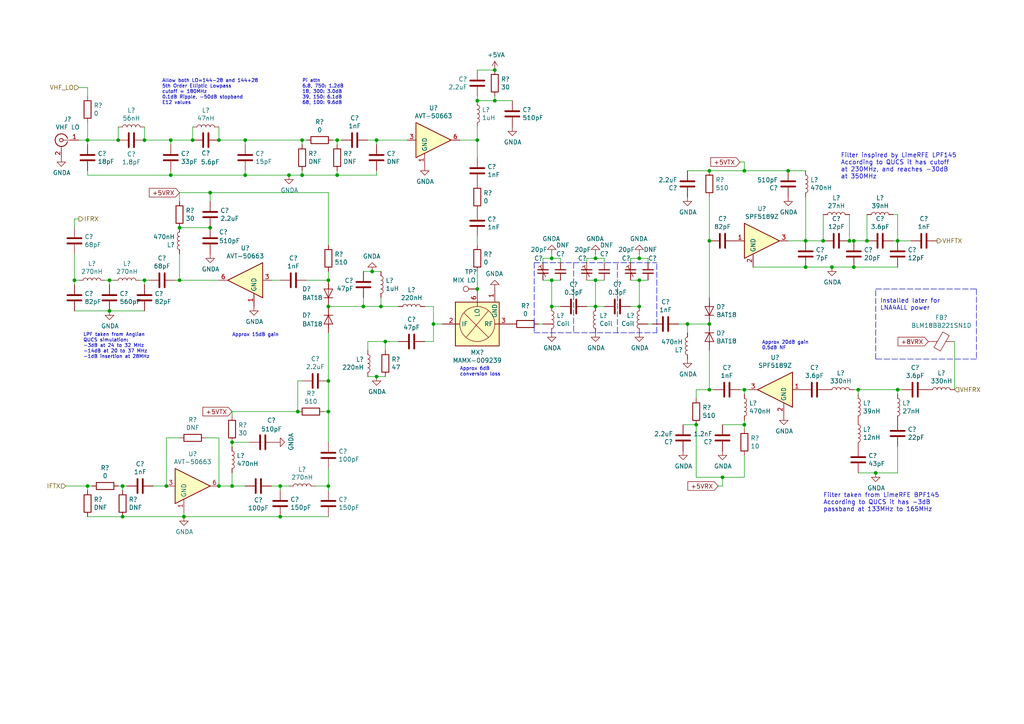
<source format=kicad_sch>
(kicad_sch (version 20211123) (generator eeschema)
  (paper "A4")
  (title_block (title "DART-70 TRX") (date "2023-01-15") (rev "0") (company "HB9EGM") (comment 1 "A 4m Band SSB/CW Transceiver"))
  (junction (at 60.96 66.04))
  (junction (at 67.31 128.27))
  (junction (at 185.42 81.28))
  (junction (at 67.31 140.97))
  (junction (at 209.55 138.43))
  (junction (at 95.25 110.49))
  (junction (at 246.38 69.85))
  (junction (at 172.72 74.93))
  (junction (at 205.74 113.03))
  (junction (at 248.92 113.03))
  (junction (at 205.74 93.98))
  (junction (at 138.43 29.21))
  (junction (at 35.56 149.86))
  (junction (at 254 137.16))
  (junction (at 215.9 123.19))
  (junction (at 109.22 109.22))
  (junction (at 160.02 81.28))
  (junction (at 205.74 49.53))
  (junction (at 228.6 49.53))
  (junction (at 25.4 140.97))
  (junction (at 71.12 40.64))
  (junction (at 260.35 113.03))
  (junction (at 52.07 81.28))
  (junction (at 48.26 140.97))
  (junction (at 60.96 55.88))
  (junction (at 34.29 40.64))
  (junction (at 215.9 49.53))
  (junction (at 125.73 93.98))
  (junction (at 35.56 140.97))
  (junction (at 233.68 77.47))
  (junction (at 41.91 40.64))
  (junction (at 107.95 78.74))
  (junction (at 205.74 69.85))
  (junction (at 233.68 69.85))
  (junction (at 172.72 88.9))
  (junction (at 109.22 40.64))
  (junction (at 83.82 50.8))
  (junction (at 247.65 69.85))
  (junction (at 31.75 90.17))
  (junction (at 95.25 88.9))
  (junction (at 105.41 88.9))
  (junction (at 49.53 40.64))
  (junction (at 71.12 50.8))
  (junction (at 87.63 50.8))
  (junction (at 247.65 77.47))
  (junction (at 199.39 93.98))
  (junction (at 185.42 74.93))
  (junction (at 41.91 81.28))
  (junction (at 172.72 81.28))
  (junction (at 201.93 123.19))
  (junction (at 21.59 81.28))
  (junction (at 138.43 40.64))
  (junction (at 95.25 81.28))
  (junction (at 25.4 40.64))
  (junction (at 52.07 66.04))
  (junction (at 95.25 119.38))
  (junction (at 81.28 149.86))
  (junction (at 97.79 40.64))
  (junction (at 160.02 74.93))
  (junction (at 160.02 88.9))
  (junction (at 143.51 29.21))
  (junction (at 55.88 40.64))
  (junction (at 215.9 113.03))
  (junction (at 49.53 50.8))
  (junction (at 241.3 77.47))
  (junction (at 260.35 69.85))
  (junction (at 95.25 140.97))
  (junction (at 87.63 40.64))
  (junction (at 86.36 119.38))
  (junction (at 238.76 69.85))
  (junction (at 31.75 81.28))
  (junction (at 111.76 99.06))
  (junction (at 97.79 50.8))
  (junction (at 143.51 20.32))
  (junction (at 81.28 140.97))
  (junction (at 138.43 83.82))
  (junction (at 185.42 88.9))
  (junction (at 251.46 69.85))
  (junction (at 63.5 140.97))
  (junction (at 53.34 149.86))
  (junction (at 110.49 88.9))
  (junction (at 63.5 40.64))
  (wire (pts (xy 21.59 82.55) (xy 21.59 81.28)))
  (wire (pts (xy 41.91 81.28) (xy 43.18 81.28)))
  (wire (pts (xy 276.86 99.06) (xy 276.86 113.03)))
  (wire (pts (xy 198.12 123.19) (xy 201.93 123.19)))
  (wire (pts (xy 63.5 36.83) (xy 63.5 40.64)))
  (wire (pts (xy 233.68 69.85) (xy 238.76 69.85)))
  (wire (pts (xy 157.48 74.93) (xy 160.02 74.93)))
  (wire (pts (xy 95.25 55.88) (xy 95.25 71.12)))
  (wire (pts (xy 97.79 40.64) (xy 96.52 40.64)))
  (wire (pts (xy 238.76 69.85) (xy 238.76 62.23)))
  (polyline (pts (xy 190.5 96.52) (xy 190.5 76.2)))
  (wire (pts (xy 109.22 41.91) (xy 109.22 40.64)))
  (wire (pts (xy 201.93 123.19) (xy 201.93 138.43)))
  (wire (pts (xy 187.96 74.93) (xy 187.96 76.2)))
  (wire (pts (xy 25.4 140.97) (xy 19.05 140.97)))
  (wire (pts (xy 50.8 81.28) (xy 52.07 81.28)))
  (wire (pts (xy 182.88 74.93) (xy 185.42 74.93)))
  (wire (pts (xy 105.41 86.36) (xy 105.41 88.9)))
  (wire (pts (xy 175.26 74.93) (xy 175.26 76.2)))
  (wire (pts (xy 106.68 99.06) (xy 111.76 99.06)))
  (wire (pts (xy 260.35 113.03) (xy 248.92 113.03)))
  (wire (pts (xy 88.9 40.64) (xy 87.63 40.64)))
  (wire (pts (xy 185.42 73.66) (xy 185.42 74.93)))
  (wire (pts (xy 264.16 69.85) (xy 260.35 69.85)))
  (wire (pts (xy 67.31 128.27) (xy 72.39 128.27)))
  (wire (pts (xy 106.68 40.64) (xy 109.22 40.64)))
  (wire (pts (xy 110.49 88.9) (xy 115.57 88.9)))
  (wire (pts (xy 246.38 69.85) (xy 247.65 69.85)))
  (wire (pts (xy 215.9 123.19) (xy 215.9 121.92)))
  (wire (pts (xy 133.35 40.64) (xy 138.43 40.64)))
  (wire (pts (xy 97.79 49.53) (xy 97.79 50.8)))
  (wire (pts (xy 246.38 62.23) (xy 246.38 69.85)))
  (wire (pts (xy 160.02 73.66) (xy 160.02 74.93)))
  (wire (pts (xy 63.5 140.97) (xy 67.31 140.97)))
  (wire (pts (xy 201.93 113.03) (xy 205.74 113.03)))
  (wire (pts (xy 162.56 74.93) (xy 162.56 76.2)))
  (wire (pts (xy 209.55 138.43) (xy 215.9 138.43)))
  (wire (pts (xy 170.18 76.2) (xy 170.18 74.93)))
  (polyline (pts (xy 283.21 83.82) (xy 283.21 104.14)))
  (wire (pts (xy 97.79 41.91) (xy 97.79 40.64)))
  (wire (pts (xy 233.68 77.47) (xy 241.3 77.47)))
  (wire (pts (xy 71.12 50.8) (xy 49.53 50.8)))
  (wire (pts (xy 48.26 140.97) (xy 48.26 127)))
  (wire (pts (xy 78.74 81.28) (xy 81.28 81.28)))
  (wire (pts (xy 138.43 20.32) (xy 143.51 20.32)))
  (wire (pts (xy 67.31 119.38) (xy 67.31 120.65)))
  (wire (pts (xy 35.56 140.97) (xy 34.29 140.97)))
  (wire (pts (xy 109.22 40.64) (xy 118.11 40.64)))
  (wire (pts (xy 55.88 36.83) (xy 55.88 40.64)))
  (wire (pts (xy 109.22 50.8) (xy 109.22 49.53)))
  (wire (pts (xy 205.74 101.6) (xy 205.74 113.03)))
  (wire (pts (xy 87.63 110.49) (xy 86.36 110.49)))
  (wire (pts (xy 21.59 81.28) (xy 22.86 81.28)))
  (wire (pts (xy 215.9 138.43) (xy 215.9 132.08)))
  (wire (pts (xy 215.9 124.46) (xy 215.9 123.19)))
  (wire (pts (xy 59.69 127) (xy 63.5 127)))
  (polyline (pts (xy 166.37 76.2) (xy 166.37 96.52)))
  (wire (pts (xy 185.42 81.28) (xy 187.96 81.28)))
  (wire (pts (xy 248.92 113.03) (xy 247.65 113.03)))
  (wire (pts (xy 52.07 58.42) (xy 52.07 55.88)))
  (wire (pts (xy 81.28 140.97) (xy 83.82 140.97)))
  (wire (pts (xy 172.72 88.9) (xy 175.26 88.9)))
  (wire (pts (xy 205.74 57.15) (xy 205.74 69.85)))
  (wire (pts (xy 138.43 71.12) (xy 138.43 68.58)))
  (wire (pts (xy 87.63 50.8) (xy 87.63 49.53)))
  (wire (pts (xy 143.51 27.94) (xy 143.51 29.21)))
  (wire (pts (xy 35.56 149.86) (xy 25.4 149.86)))
  (wire (pts (xy 95.25 110.49) (xy 95.25 119.38)))
  (wire (pts (xy 60.96 55.88) (xy 95.25 55.88)))
  (wire (pts (xy 111.76 101.6) (xy 111.76 99.06)))
  (wire (pts (xy 83.82 50.8) (xy 71.12 50.8)))
  (wire (pts (xy 160.02 81.28) (xy 162.56 81.28)))
  (wire (pts (xy 49.53 50.8) (xy 25.4 50.8)))
  (wire (pts (xy 201.93 115.57) (xy 201.93 113.03)))
  (wire (pts (xy 55.88 40.64) (xy 49.53 40.64)))
  (wire (pts (xy 71.12 50.8) (xy 71.12 49.53)))
  (wire (pts (xy 52.07 55.88) (xy 60.96 55.88)))
  (wire (pts (xy 209.55 123.19) (xy 215.9 123.19)))
  (wire (pts (xy 208.28 140.97) (xy 209.55 140.97)))
  (wire (pts (xy 25.4 35.56) (xy 25.4 40.64)))
  (wire (pts (xy 49.53 50.8) (xy 49.53 49.53)))
  (wire (pts (xy 22.86 40.64) (xy 25.4 40.64)))
  (wire (pts (xy 170.18 81.28) (xy 172.72 81.28)))
  (wire (pts (xy 215.9 113.03) (xy 214.63 113.03)))
  (polyline (pts (xy 179.07 96.52) (xy 179.07 76.2)))
  (wire (pts (xy 260.35 114.3) (xy 260.35 113.03)))
  (wire (pts (xy 138.43 40.64) (xy 138.43 45.72)))
  (wire (pts (xy 95.25 81.28) (xy 95.25 78.74)))
  (wire (pts (xy 182.88 76.2) (xy 182.88 74.93)))
  (wire (pts (xy 36.83 140.97) (xy 35.56 140.97)))
  (wire (pts (xy 199.39 49.53) (xy 205.74 49.53)))
  (wire (pts (xy 49.53 40.64) (xy 41.91 40.64)))
  (wire (pts (xy 83.82 50.8) (xy 87.63 50.8)))
  (polyline (pts (xy 154.94 76.2) (xy 154.94 96.52)))
  (wire (pts (xy 160.02 88.9) (xy 162.56 88.9)))
  (wire (pts (xy 233.68 57.15) (xy 233.68 69.85)))
  (wire (pts (xy 81.28 142.24) (xy 81.28 140.97)))
  (wire (pts (xy 215.9 49.53) (xy 228.6 49.53)))
  (wire (pts (xy 93.98 119.38) (xy 95.25 119.38)))
  (wire (pts (xy 87.63 40.64) (xy 87.63 41.91)))
  (wire (pts (xy 86.36 119.38) (xy 67.31 119.38)))
  (wire (pts (xy 228.6 49.53) (xy 233.68 49.53)))
  (wire (pts (xy 97.79 50.8) (xy 109.22 50.8)))
  (wire (pts (xy 22.86 25.4) (xy 25.4 25.4)))
  (wire (pts (xy 111.76 99.06) (xy 115.57 99.06)))
  (wire (pts (xy 35.56 149.86) (xy 53.34 149.86)))
  (wire (pts (xy 205.74 86.36) (xy 205.74 69.85)))
  (wire (pts (xy 52.07 81.28) (xy 63.5 81.28)))
  (wire (pts (xy 214.63 46.99) (xy 215.9 46.99)))
  (wire (pts (xy 172.72 81.28) (xy 175.26 81.28)))
  (wire (pts (xy 199.39 93.98) (xy 205.74 93.98)))
  (wire (pts (xy 199.39 96.52) (xy 199.39 93.98)))
  (wire (pts (xy 67.31 140.97) (xy 67.31 137.16)))
  (wire (pts (xy 91.44 140.97) (xy 95.25 140.97)))
  (wire (pts (xy 138.43 36.83) (xy 138.43 40.64)))
  (wire (pts (xy 41.91 81.28) (xy 40.64 81.28)))
  (wire (pts (xy 259.08 69.85) (xy 260.35 69.85)))
  (polyline (pts (xy 254 104.14) (xy 254 83.82)))
  (wire (pts (xy 95.25 96.52) (xy 95.25 110.49)))
  (wire (pts (xy 41.91 82.55) (xy 41.91 81.28)))
  (wire (pts (xy 125.73 93.98) (xy 128.27 93.98)))
  (wire (pts (xy 125.73 88.9) (xy 125.73 93.98)))
  (polyline (pts (xy 254 83.82) (xy 283.21 83.82)))
  (wire (pts (xy 247.65 69.85) (xy 251.46 69.85)))
  (wire (pts (xy 25.4 50.8) (xy 25.4 49.53)))
  (wire (pts (xy 254 137.16) (xy 260.35 137.16)))
  (wire (pts (xy 209.55 140.97) (xy 209.55 138.43)))
  (wire (pts (xy 247.65 77.47) (xy 260.35 77.47)))
  (polyline (pts (xy 283.21 104.14) (xy 254 104.14)))
  (wire (pts (xy 185.42 88.9) (xy 185.42 81.28)))
  (wire (pts (xy 81.28 140.97) (xy 78.74 140.97)))
  (wire (pts (xy 30.48 81.28) (xy 31.75 81.28)))
  (wire (pts (xy 53.34 149.86) (xy 81.28 149.86)))
  (wire (pts (xy 35.56 142.24) (xy 35.56 140.97)))
  (wire (pts (xy 157.48 81.28) (xy 160.02 81.28)))
  (wire (pts (xy 86.36 110.49) (xy 86.36 119.38)))
  (wire (pts (xy 143.51 29.21) (xy 148.59 29.21)))
  (wire (pts (xy 87.63 50.8) (xy 97.79 50.8)))
  (wire (pts (xy 21.59 73.66) (xy 21.59 81.28)))
  (wire (pts (xy 260.35 113.03) (xy 261.62 113.03)))
  (wire (pts (xy 25.4 25.4) (xy 25.4 27.94)))
  (wire (pts (xy 21.59 90.17) (xy 31.75 90.17)))
  (wire (pts (xy 215.9 46.99) (xy 215.9 49.53)))
  (wire (pts (xy 26.67 140.97) (xy 25.4 140.97)))
  (wire (pts (xy 172.72 88.9) (xy 172.72 81.28)))
  (wire (pts (xy 205.74 113.03) (xy 207.01 113.03)))
  (wire (pts (xy 63.5 127) (xy 63.5 140.97)))
  (wire (pts (xy 259.08 62.23) (xy 260.35 62.23)))
  (wire (pts (xy 34.29 36.83) (xy 34.29 40.64)))
  (wire (pts (xy 95.25 142.24) (xy 95.25 140.97)))
  (wire (pts (xy 87.63 40.64) (xy 71.12 40.64)))
  (polyline (pts (xy 154.94 76.2) (xy 190.5 76.2)))
  (wire (pts (xy 110.49 86.36) (xy 110.49 88.9)))
  (wire (pts (xy 215.9 113.03) (xy 217.17 113.03)))
  (wire (pts (xy 248.92 113.03) (xy 248.92 114.3)))
  (wire (pts (xy 31.75 81.28) (xy 33.02 81.28)))
  (wire (pts (xy 170.18 74.93) (xy 172.72 74.93)))
  (wire (pts (xy 260.35 137.16) (xy 260.35 129.54)))
  (wire (pts (xy 172.72 74.93) (xy 175.26 74.93)))
  (wire (pts (xy 196.85 93.98) (xy 199.39 93.98)))
  (wire (pts (xy 21.59 63.5) (xy 21.59 66.04)))
  (wire (pts (xy 185.42 74.93) (xy 187.96 74.93)))
  (wire (pts (xy 241.3 77.47) (xy 247.65 77.47)))
  (wire (pts (xy 170.18 88.9) (xy 172.72 88.9)))
  (wire (pts (xy 21.59 63.5) (xy 22.86 63.5)))
  (wire (pts (xy 205.74 49.53) (xy 215.9 49.53)))
  (wire (pts (xy 248.92 137.16) (xy 254 137.16)))
  (wire (pts (xy 95.25 88.9) (xy 105.41 88.9)))
  (wire (pts (xy 44.45 140.97) (xy 48.26 140.97)))
  (wire (pts (xy 25.4 41.91) (xy 25.4 40.64)))
  (wire (pts (xy 123.19 99.06) (xy 125.73 99.06)))
  (wire (pts (xy 71.12 40.64) (xy 63.5 40.64)))
  (wire (pts (xy 107.95 78.74) (xy 110.49 78.74)))
  (wire (pts (xy 99.06 40.64) (xy 97.79 40.64)))
  (wire (pts (xy 106.68 101.6) (xy 106.68 99.06)))
  (wire (pts (xy 138.43 27.94) (xy 138.43 29.21)))
  (wire (pts (xy 95.25 119.38) (xy 95.25 128.27)))
  (wire (pts (xy 156.21 93.98) (xy 157.48 93.98)))
  (wire (pts (xy 41.91 36.83) (xy 41.91 40.64)))
  (wire (pts (xy 160.02 81.28) (xy 160.02 88.9)))
  (wire (pts (xy 49.53 41.91) (xy 49.53 40.64)))
  (wire (pts (xy 34.29 40.64) (xy 25.4 40.64)))
  (wire (pts (xy 189.23 93.98) (xy 187.96 93.98)))
  (wire (pts (xy 218.44 77.47) (xy 233.68 77.47)))
  (wire (pts (xy 251.46 69.85) (xy 251.46 62.23)))
  (wire (pts (xy 52.07 66.04) (xy 60.96 66.04)))
  (wire (pts (xy 67.31 140.97) (xy 71.12 140.97)))
  (wire (pts (xy 160.02 74.93) (xy 162.56 74.93)))
  (wire (pts (xy 105.41 78.74) (xy 107.95 78.74)))
  (wire (pts (xy 60.96 55.88) (xy 60.96 58.42)))
  (wire (pts (xy 67.31 129.54) (xy 67.31 128.27)))
  (wire (pts (xy 157.48 76.2) (xy 157.48 74.93)))
  (wire (pts (xy 172.72 73.66) (xy 172.72 74.93)))
  (wire (pts (xy 182.88 88.9) (xy 185.42 88.9)))
  (wire (pts (xy 81.28 149.86) (xy 95.25 149.86)))
  (wire (pts (xy 95.25 135.89) (xy 95.25 140.97)))
  (wire (pts (xy 53.34 149.86) (xy 53.34 148.59)))
  (wire (pts (xy 182.88 81.28) (xy 185.42 81.28)))
  (wire (pts (xy 31.75 90.17) (xy 41.91 90.17)))
  (wire (pts (xy 233.68 69.85) (xy 228.6 69.85)))
  (wire (pts (xy 105.41 88.9) (xy 110.49 88.9)))
  (wire (pts (xy 125.73 99.06) (xy 125.73 93.98)))
  (wire (pts (xy 48.26 127) (xy 52.07 127)))
  (wire (pts (xy 109.22 109.22) (xy 111.76 109.22)))
  (wire (pts (xy 215.9 114.3) (xy 215.9 113.03)))
  (wire (pts (xy 52.07 73.66) (xy 52.07 81.28)))
  (wire (pts (xy 123.19 88.9) (xy 125.73 88.9)))
  (wire (pts (xy 138.43 78.74) (xy 138.43 83.82)))
  (wire (pts (xy 260.35 69.85) (xy 260.35 62.23)))
  (wire (pts (xy 138.43 29.21) (xy 143.51 29.21)))
  (wire (pts (xy 106.68 109.22) (xy 109.22 109.22)))
  (wire (pts (xy 31.75 82.55) (xy 31.75 81.28)))
  (wire (pts (xy 71.12 41.91) (xy 71.12 40.64)))
  (wire (pts (xy 25.4 140.97) (xy 25.4 142.24)))
  (wire (pts (xy 88.9 81.28) (xy 95.25 81.28)))
  (polyline (pts (xy 154.94 96.52) (xy 190.5 96.52)))
  (wire (pts (xy 201.93 138.43) (xy 209.55 138.43)))
  (text "Pi attn\n6.8, 750: 1.2dB\n18, 300: 3.0dB\n39, 150: 6.1dB\n68, 100: 9.6dB" (at 87.63 30.48 0) (effects (font (size 0.9906 0.9906)) (justify left bottom)))
  (text "Allow both LO=144-28 and 144+28\n5th Order Elliptic Lowpass\ncutoff = 180MHz\n0.1dB Ripple, -50dB stopband\nE12 values" (at 46.99 30.48 0) (effects (font (size 0.9906 0.9906)) (justify left bottom)))
  (text "LPF taken from Anglian\nQUCS simulation:\n-3dB at 24 to 32 MHz\n-14dB at 20 to 37 MHz\n-1dB insertion at 28MHz" (at 24.13 104.14 0) (effects (font (size 0.9906 0.9906)) (justify left bottom)))
  (text "Filter taken from LimeRFE BPF145\nAccording to QUCS it has -3dB\npassband at 133MHz to 165MHz" (at 238.76 148.59 0) (effects (font (size 1.27 1.27)) (justify left bottom)))
  (text "Approx 6dB\nconversion loss" (at 133.35 109.22 0) (effects (font (size 0.9906 0.9906)) (justify left bottom)))
  (text "TODO\nRecalculate all filters for 4m\nUse 42MHz XTAL LO" (at 8.89 -5.08 0) (effects (font (size 3 3) bold) (justify left bottom)))
  (text "Approx 20dB gain\n0.5dB NF" (at 220.98 101.6 0) (effects (font (size 0.9906 0.9906)) (justify left bottom)))
  (text "Approx 15dB gain" (at 67.31 97.79 0) (effects (font (size 0.9906 0.9906)) (justify left bottom)))
  (text "Installed later for\nLNA4ALL power" (at 255.27 90.17 0) (effects (font (size 1.27 1.27)) (justify left bottom)))
  (text "Filter inspired by LimeRFE LPF145\nAccording to QUCS it has cutoff\nat 230MHz, and reaches -30dB\nat 350MHz" (at 243.84 52.07 0) (effects (font (size 1.27 1.27)) (justify left bottom)))
  (global_label "+5VRX" (shape input) (at 52.07 55.88 180) (property "Intersheet References" "${INTERSHEET_REFS}" (effects hide)))
  (global_label "+8VRX" (shape input) (at 269.24 99.06 180) (property "Intersheet References" "${INTERSHEET_REFS}" (effects hide)))
  (global_label "+5VTX" (shape input) (at 67.31 119.38 180) (property "Intersheet References" "${INTERSHEET_REFS}" (effects hide)))
  (global_label "+5VTX" (shape input) (at 214.63 46.99 180) (property "Intersheet References" "${INTERSHEET_REFS}" (effects hide)))
  (global_label "+5VRX" (shape input) (at 208.28 140.97 180) (property "Intersheet References" "${INTERSHEET_REFS}" (effects hide)))
  (hierarchical_label "IFTX" (shape input) (at 19.05 140.97 180))
  (hierarchical_label "VHFRX" (shape input) (at 276.86 113.03 0))
  (hierarchical_label "VHF_LO" (shape input) (at 22.86 25.4 180))
  (hierarchical_label "VHFTX" (shape output) (at 271.78 69.85 0))
  (hierarchical_label "IFRX" (shape output) (at 22.86 63.5 0))
  (symbol (lib_id "RF:ADE-6") (at 138.43 93.98 180) (unit 1)
    (property "Reference" "MX?" (at 138.43 102.235 0))
    (property "Value" "MAMX-009239" (at 138.43 104.5464 0))
    (property "Footprint" "RF_Mini-Circuits:Mini-Circuits_CD542_LandPatternPL-052" (effects hide))
    (property "Datasheet" "www.minicircuits.com/pdfs/ADE-6.pdf" (effects hide))
    (property "MPN" "MAMX-009239" (effects hide))
  )
  (symbol (lib_id "power:GNDA") (at 143.51 83.82 180) (unit 1)
    (property "Reference" "#PWR?" (effects hide))
    (property "Value" "GNDA" (at 143.383 79.4258 0))
  )
  (symbol (lib_id "Device:R") (at 138.43 74.93 0) (unit 1)
    (property "Reference" "R?" (at 140.208 73.7616 0) (effects (justify left)))
    (property "Value" "0" (at 140.208 76.073 0) (effects (justify left)))
    (property "Footprint" "Resistor_SMD:R_0603_1608Metric_Pad1.05x0.95mm_HandSolder" (effects hide))
  )
  (symbol (lib_id "Device:C") (at 138.43 64.77 0) (unit 1)
    (property "Reference" "C?" (at 141.351 63.6016 0) (effects (justify left)))
    (property "Value" "1nF" (at 141.351 65.913 0) (effects (justify left)))
    (property "Footprint" "Capacitor_SMD:C_0805_2012Metric" (effects hide))
    (property "MPN" "VJ0805A102GXXPW1BC" (effects hide))
  )
  (symbol (lib_id "Connector:TestPoint") (at 138.43 83.82 90) (unit 1)
    (property "Reference" "TP?" (at 136.6012 78.867 90))
    (property "Value" "MIX LO" (at 134.62 81.28 90))
    (property "Footprint" "TestPoint:TestPoint_Pad_D1.5mm" (effects hide))
  )
  (symbol (lib_id "Device:C") (at 138.43 49.53 0) (unit 1)
    (property "Reference" "C?" (at 141.351 48.3616 0) (effects (justify left)))
    (property "Value" "1nF" (at 141.351 50.673 0) (effects (justify left)))
    (property "Footprint" "Capacitor_SMD:C_0805_2012Metric" (effects hide))
    (property "MPN" "VJ0805A102GXXPW1BC" (effects hide))
  )
  (symbol (lib_id "Device:R") (at 138.43 57.15 0) (unit 1)
    (property "Reference" "R?" (at 140.208 55.9816 0) (effects (justify left)))
    (property "Value" "0" (at 140.208 58.293 0) (effects (justify left)))
    (property "Footprint" "Resistor_SMD:R_0603_1608Metric_Pad1.05x0.95mm_HandSolder" (effects hide))
  )
  (symbol (lib_id "Device:L") (at 138.43 33.02 0) (unit 1)
    (property "Reference" "L?" (at 139.7762 31.8516 0) (effects (justify left)))
    (property "Value" "1uH" (at 139.7762 34.163 0) (effects (justify left)))
    (property "Footprint" "Inductor_SMD:L_1008_2520Metric" (effects hide))
    (property "MPN" "LQW2UAS1R0F0CL" (effects hide))
  )
  (symbol (lib_id "Device:C") (at 148.59 33.02 0) (unit 1)
    (property "Reference" "C?" (at 151.511 31.8516 0) (effects (justify left)))
    (property "Value" "510pF" (at 151.511 34.163 0) (effects (justify left)))
    (property "Footprint" "Capacitor_SMD:C_0805_2012Metric" (effects hide))
    (property "MPN" "GRM2165C2A511JA01D" (effects hide))
  )
  (symbol (lib_id "power:GNDA") (at 148.59 36.83 0) (unit 1)
    (property "Reference" "#PWR?" (effects hide))
    (property "Value" "GNDA" (at 148.717 41.2242 0))
  )
  (symbol (lib_id "power:GNDA") (at 123.19 48.26 0) (unit 1)
    (property "Reference" "#PWR?" (effects hide))
    (property "Value" "GNDA" (at 123.317 52.6542 0))
  )
  (symbol (lib_id "power:+5VA") (at 143.51 20.32 0) (unit 1)
    (property "Reference" "#PWR?" (effects hide))
    (property "Value" "+5VA" (at 143.891 15.9258 0))
  )
  (symbol (lib_id "Device:C") (at 109.22 45.72 0) (unit 1)
    (property "Reference" "C?" (at 112.141 44.5516 0) (effects (justify left)))
    (property "Value" "DNF" (at 112.141 46.863 0) (effects (justify left)))
    (property "Footprint" "Capacitor_SMD:C_0805_2012Metric" (effects hide))
  )
  (symbol (lib_id "Device:C") (at 102.87 40.64 270) (unit 1)
    (property "Reference" "C?" (at 102.87 34.2392 90))
    (property "Value" "1nF" (at 102.87 36.5506 90))
    (property "Footprint" "Capacitor_SMD:C_0805_2012Metric" (effects hide))
    (property "MPN" "VJ0805A102GXXPW1BC" (effects hide))
  )
  (symbol (lib_id "Device:R") (at 97.79 45.72 0) (unit 1)
    (property "Reference" "R?" (at 99.568 44.5516 0) (effects (justify left)))
    (property "Value" "DNF" (at 99.568 46.863 0) (effects (justify left)))
    (property "Footprint" "Resistor_SMD:R_0603_1608Metric_Pad1.05x0.95mm_HandSolder" (effects hide))
  )
  (symbol (lib_id "Device:R") (at 87.63 45.72 0) (unit 1)
    (property "Reference" "R?" (at 89.408 44.5516 0) (effects (justify left)))
    (property "Value" "DNF" (at 89.408 46.863 0) (effects (justify left)))
    (property "Footprint" "Resistor_SMD:R_0603_1608Metric_Pad1.05x0.95mm_HandSolder" (effects hide))
  )
  (symbol (lib_id "Device:R") (at 92.71 40.64 270) (unit 1)
    (property "Reference" "R?" (at 92.71 35.3822 90))
    (property "Value" "0" (at 92.71 37.6936 90))
    (property "Footprint" "Resistor_SMD:R_0603_1608Metric_Pad1.05x0.95mm_HandSolder" (effects hide))
  )
  (symbol (lib_id "Device:L") (at 59.69 36.83 90) (unit 1)
    (property "Reference" "L?" (at 59.69 32.004 90))
    (property "Value" "47nH" (at 59.69 34.3154 90))
    (property "Footprint" "Inductor_SMD:L_1206_3216Metric_Pad1.42x1.75mm_HandSolder" (effects hide))
    (property "MPN" "LQW31HN47NJ03L" (effects hide))
  )
  (symbol (lib_id "Device:L") (at 38.1 36.83 90) (unit 1)
    (property "Reference" "L?" (at 38.1 32.004 90))
    (property "Value" "56nH" (at 38.1 34.3154 90))
    (property "Footprint" "Inductor_SMD:L_0805_2012Metric_Pad1.15x1.40mm_HandSolder" (effects hide))
    (property "MPN" "LQW2BAS56NG00L" (effects hide))
  )
  (symbol (lib_id "Device:C") (at 71.12 45.72 0) (unit 1)
    (property "Reference" "C?" (at 74.041 44.5516 0) (effects (justify left)))
    (property "Value" "15pF" (at 74.041 46.863 0) (effects (justify left)))
    (property "Footprint" "Capacitor_SMD:C_0603_1608Metric_Pad1.05x0.95mm_HandSolder" (effects hide))
    (property "MPN" "CBR" (effects hide))
  )
  (symbol (lib_id "Device:C") (at 49.53 45.72 0) (unit 1)
    (property "Reference" "C?" (at 52.451 44.5516 0) (effects (justify left)))
    (property "Value" "33pF" (at 52.451 46.863 0) (effects (justify left)))
    (property "Footprint" "Capacitor_SMD:C_0603_1608Metric_Pad1.05x0.95mm_HandSolder" (effects hide))
    (property "MPN" "CBR" (effects hide))
  )
  (symbol (lib_id "Device:C") (at 25.4 45.72 0) (unit 1)
    (property "Reference" "C?" (at 28.321 44.5516 0) (effects (justify left)))
    (property "Value" "18pF" (at 28.321 46.863 0) (effects (justify left)))
    (property "Footprint" "Capacitor_SMD:C_0603_1608Metric_Pad1.05x0.95mm_HandSolder" (effects hide))
    (property "MPN" "CBR" (effects hide))
  )
  (symbol (lib_id "power:GNDA") (at 83.82 50.8 0) (unit 1)
    (property "Reference" "#PWR?" (effects hide))
    (property "Value" "GNDA" (at 83.947 55.1942 0))
  )
  (symbol (lib_id "Device:C") (at 119.38 99.06 90) (unit 1)
    (property "Reference" "C?" (at 119.38 92.6592 90))
    (property "Value" "47pF" (at 119.38 94.9706 90))
    (property "Footprint" "Capacitor_SMD:C_0603_1608Metric_Pad1.05x0.95mm_HandSolder" (effects hide))
    (property "MPN" "CBR" (effects hide))
  )
  (symbol (lib_id "Device:R") (at 111.76 105.41 0) (unit 1)
    (property "Reference" "R?" (at 113.538 104.2416 0) (effects (justify left)))
    (property "Value" "47" (at 113.538 106.553 0) (effects (justify left)))
    (property "Footprint" "Resistor_SMD:R_0603_1608Metric_Pad1.05x0.95mm_HandSolder" (effects hide))
  )
  (symbol (lib_id "Device:L") (at 106.68 105.41 0) (unit 1)
    (property "Reference" "L?" (at 105.5624 104.2416 0) (effects (justify right)))
    (property "Value" "220nH" (at 105.5624 106.553 0) (effects (justify right)))
    (property "Footprint" "Inductor_SMD:L_0805_2012Metric_Pad1.15x1.40mm_HandSolder" (effects hide))
    (property "MPN" "LQW2BASR22J00L" (effects hide))
  )
  (symbol (lib_id "power:GNDA") (at 109.22 109.22 0) (unit 1)
    (property "Reference" "#PWR?" (effects hide))
    (property "Value" "GNDA" (at 109.347 113.6142 0))
  )
  (symbol (lib_id "Device:L") (at 119.38 88.9 90) (unit 1)
    (property "Reference" "L?" (at 119.38 84.074 90))
    (property "Value" "220nH" (at 119.38 86.3854 90))
    (property "Footprint" "Inductor_SMD:L_0805_2012Metric_Pad1.15x1.40mm_HandSolder" (effects hide))
    (property "MPN" "LQW2BASR22J00L" (effects hide))
  )
  (symbol (lib_id "Device:L") (at 110.49 82.55 0) (unit 1)
    (property "Reference" "L?" (at 111.8362 81.3816 0) (effects (justify left)))
    (property "Value" "1uH" (at 111.8362 83.693 0) (effects (justify left)))
    (property "Footprint" "Inductor_SMD:L_1008_2520Metric" (effects hide))
    (property "MPN" "LQW2UAS1R0F0CL" (effects hide))
  )
  (symbol (lib_id "Device:C") (at 105.41 82.55 180) (unit 1)
    (property "Reference" "C?" (at 102.5144 81.3816 0) (effects (justify left)))
    (property "Value" "47pF" (at 102.5144 83.693 0) (effects (justify left)))
    (property "Footprint" "Capacitor_SMD:C_0603_1608Metric_Pad1.05x0.95mm_HandSolder" (effects hide))
    (property "MPN" "CBR" (effects hide))
  )
  (symbol (lib_id "power:GNDA") (at 107.95 78.74 180) (unit 1)
    (property "Reference" "#PWR?" (effects hide))
    (property "Value" "GNDA" (at 107.823 74.3458 0))
  )
  (symbol (lib_id "Device:C") (at 85.09 81.28 90) (unit 1)
    (property "Reference" "C?" (at 85.09 74.8792 90))
    (property "Value" "1nF" (at 85.09 77.1906 90))
    (property "Footprint" "Capacitor_SMD:C_0805_2012Metric" (effects hide))
    (property "MPN" "VJ0805A102GXXPW1BC" (effects hide))
  )
  (symbol (lib_id "Device:L") (at 52.07 69.85 180) (unit 1)
    (property "Reference" "L?" (at 50.7238 71.0184 0) (effects (justify left)))
    (property "Value" "470nH" (at 50.7238 68.707 0) (effects (justify left)))
    (property "Footprint" "Inductor_SMD:L_1008_2520Metric" (effects hide))
    (property "MPN" "LQW2UASR47F00L" (effects hide))
  )
  (symbol (lib_id "Device:C") (at 60.96 69.85 0) (unit 1)
    (property "Reference" "C?" (at 63.5 67.31 0) (effects (justify left)))
    (property "Value" "510pF" (at 63.5 69.85 0) (effects (justify left)))
    (property "Footprint" "Capacitor_SMD:C_0805_2012Metric" (effects hide))
    (property "MPN" "GRM2165C2A511JA01D" (effects hide))
  )
  (symbol (lib_id "power:GNDA") (at 73.66 88.9 0) (unit 1)
    (property "Reference" "#PWR?" (effects hide))
    (property "Value" "GNDA" (at 73.787 93.2942 0))
  )
  (symbol (lib_id "power:GNDA") (at 60.96 73.66 0) (unit 1)
    (property "Reference" "#PWR?" (effects hide))
    (property "Value" "GNDA" (at 61.087 78.0542 0))
  )
  (symbol (lib_id "Device:C") (at 38.1 40.64 270) (unit 1)
    (property "Reference" "C?" (at 38.1 44.704 90))
    (property "Value" "1.8pF" (at 38.1 47.0154 90))
    (property "Footprint" "Capacitor_SMD:C_0603_1608Metric_Pad1.05x0.95mm_HandSolder" (effects hide))
    (property "MPN" "CBR" (effects hide))
  )
  (symbol (lib_id "Device:L") (at 36.83 81.28 90) (unit 1)
    (property "Reference" "L?" (at 36.83 76.454 90))
    (property "Value" "270nH" (at 36.83 78.7654 90))
    (property "Footprint" "Inductor_SMD:L_0805_2012Metric_Pad1.15x1.40mm_HandSolder" (effects hide))
    (property "MPN" "LQW2BASR27G00L" (effects hide))
  )
  (symbol (lib_id "Device:C") (at 59.69 40.64 270) (unit 1)
    (property "Reference" "C?" (at 59.69 44.45 90))
    (property "Value" "5.6pF" (at 60.96 46.99 90))
    (property "Footprint" "Capacitor_SMD:C_0603_1608Metric_Pad1.05x0.95mm_HandSolder" (effects hide))
    (property "MPN" "CBR" (effects hide))
  )
  (symbol (lib_id "Device:C") (at 41.91 86.36 0) (unit 1)
    (property "Reference" "C?" (at 44.831 85.1916 0) (effects (justify left)))
    (property "Value" "82pF" (at 44.831 87.503 0) (effects (justify left)))
    (property "Footprint" "Capacitor_SMD:C_0805_2012Metric" (effects hide))
    (property "MPN" "VJ0805A820GXACBC" (effects hide))
  )
  (symbol (lib_id "Device:C") (at 46.99 81.28 270) (unit 1)
    (property "Reference" "C?" (at 46.99 74.8792 90))
    (property "Value" "68pF" (at 46.99 77.1906 90))
    (property "Footprint" "Capacitor_SMD:C_0805_2012Metric" (effects hide))
    (property "MPN" "VJ0805A680GXAPBC" (effects hide))
  )
  (symbol (lib_id "Device:L") (at 26.67 81.28 90) (unit 1)
    (property "Reference" "L?" (at 26.67 76.454 90))
    (property "Value" "270nH" (at 26.67 78.7654 90))
    (property "Footprint" "Inductor_SMD:L_0805_2012Metric_Pad1.15x1.40mm_HandSolder" (effects hide))
    (property "MPN" "LQW2BASR27G00L" (effects hide))
  )
  (symbol (lib_id "Device:C") (at 21.59 86.36 0) (unit 1)
    (property "Reference" "C?" (at 24.511 85.1916 0) (effects (justify left)))
    (property "Value" "82pF" (at 24.511 87.503 0) (effects (justify left)))
    (property "Footprint" "Capacitor_SMD:C_0805_2012Metric" (effects hide))
    (property "MPN" "VJ0805A820GXACBC" (effects hide))
  )
  (symbol (lib_id "Device:C") (at 31.75 86.36 0) (unit 1)
    (property "Reference" "C?" (at 34.671 85.1916 0) (effects (justify left)))
    (property "Value" "560pF" (at 34.671 87.503 0) (effects (justify left)))
    (property "Footprint" "Capacitor_SMD:C_0805_2012Metric" (effects hide))
    (property "MPN" "CC805GRNPO9BN561" (effects hide))
  )
  (symbol (lib_id "Device:C") (at 21.59 69.85 180) (unit 1)
    (property "Reference" "C?" (at 24.511 68.6816 0) (effects (justify right)))
    (property "Value" "68pF" (at 24.511 70.993 0) (effects (justify right)))
    (property "Footprint" "Capacitor_SMD:C_0805_2012Metric" (effects hide))
    (property "MPN" "VJ0805A680GXAPBC" (effects hide))
  )
  (symbol (lib_id "Device:R") (at 95.25 74.93 0) (unit 1)
    (property "Reference" "R?" (at 97.028 73.7616 0) (effects (justify left)))
    (property "Value" "510" (at 97.028 76.073 0) (effects (justify left)))
    (property "Footprint" "Resistor_SMD:R_0603_1608Metric_Pad1.05x0.95mm_HandSolder" (effects hide))
  )
  (symbol (lib_id "power:GNDA") (at 31.75 90.17 0) (unit 1)
    (property "Reference" "#PWR?" (effects hide))
    (property "Value" "GNDA" (at 31.877 94.5642 0))
  )
  (symbol (lib_id "Device:C") (at 40.64 140.97 270) (unit 1)
    (property "Reference" "C?" (at 40.64 134.5692 90))
    (property "Value" "1nF" (at 40.64 136.8806 90))
    (property "Footprint" "Capacitor_SMD:C_0805_2012Metric" (effects hide))
    (property "MPN" "VJ0805A102GXXPW1BC" (effects hide))
  )
  (symbol (lib_id "Device:R") (at 35.56 146.05 0) (unit 1)
    (property "Reference" "R?" (at 37.338 144.8816 0) (effects (justify left)))
    (property "Value" "DNF" (at 37.338 147.193 0) (effects (justify left)))
    (property "Footprint" "Resistor_SMD:R_0603_1608Metric_Pad1.05x0.95mm_HandSolder" (effects hide))
  )
  (symbol (lib_id "Device:R") (at 25.4 146.05 0) (unit 1)
    (property "Reference" "R?" (at 27.178 144.8816 0) (effects (justify left)))
    (property "Value" "DNF" (at 27.178 147.193 0) (effects (justify left)))
    (property "Footprint" "Resistor_SMD:R_0603_1608Metric_Pad1.05x0.95mm_HandSolder" (effects hide))
  )
  (symbol (lib_id "Device:R") (at 30.48 140.97 270) (unit 1)
    (property "Reference" "R?" (at 30.48 135.7122 90))
    (property "Value" "0" (at 30.48 138.0236 90))
    (property "Footprint" "Resistor_SMD:R_0603_1608Metric_Pad1.05x0.95mm_HandSolder" (effects hide))
  )
  (symbol (lib_id "power:GNDA") (at 53.34 149.86 0) (unit 1)
    (property "Reference" "#PWR?" (effects hide))
    (property "Value" "GNDA" (at 53.467 154.2542 0))
  )
  (symbol (lib_id "Device:R") (at 55.88 127 270) (unit 1)
    (property "Reference" "R?" (at 55.88 121.7422 90))
    (property "Value" "DNF" (at 55.88 124.0536 90))
    (property "Footprint" "Resistor_SMD:R_0603_1608Metric_Pad1.05x0.95mm_HandSolder" (effects hide))
  )
  (symbol (lib_id "Device:L") (at 67.31 133.35 0) (unit 1)
    (property "Reference" "L?" (at 68.6308 132.1816 0) (effects (justify left)))
    (property "Value" "470nH" (at 68.6308 134.493 0) (effects (justify left)))
    (property "Footprint" "Inductor_SMD:L_1008_2520Metric" (effects hide))
    (property "MPN" "LQW2UASR47F00L" (effects hide))
  )
  (symbol (lib_id "Device:R") (at 67.31 124.46 180) (unit 1)
    (property "Reference" "R?" (at 69.088 123.2916 0) (effects (justify right)))
    (property "Value" "30" (at 69.088 125.603 0) (effects (justify right)))
    (property "Footprint" "Resistor_SMD:R_0603_1608Metric_Pad1.05x0.95mm_HandSolder" (effects hide))
  )
  (symbol (lib_id "Device:C") (at 74.93 140.97 270) (unit 1)
    (property "Reference" "C?" (at 74.93 145.034 90))
    (property "Value" "100pF" (at 74.93 147.3454 90))
    (property "Footprint" "Capacitor_SMD:C_0805_2012Metric" (effects hide))
    (property "MPN" "VJ0805A101GXXCW1BC" (effects hide))
  )
  (symbol (lib_id "Device:L") (at 87.63 140.97 90) (unit 1)
    (property "Reference" "L?" (at 87.63 136.144 90))
    (property "Value" "270nH" (at 87.63 138.4554 90))
    (property "Footprint" "Inductor_SMD:L_0805_2012Metric_Pad1.15x1.40mm_HandSolder" (effects hide))
    (property "MPN" "LQW2BASR27G00L" (effects hide))
  )
  (symbol (lib_id "Device:C") (at 81.28 146.05 0) (unit 1)
    (property "Reference" "C?" (at 84.201 144.8816 0) (effects (justify left)))
    (property "Value" "150pF" (at 84.201 147.193 0) (effects (justify left)))
    (property "Footprint" "Capacitor_SMD:C_0805_2012Metric" (effects hide))
    (property "MPN" "CC0805GRNPO9BN151" (effects hide))
  )
  (symbol (lib_id "Device:C") (at 95.25 146.05 0) (unit 1)
    (property "Reference" "C?" (at 98.171 144.8816 0) (effects (justify left)))
    (property "Value" "150pF" (at 98.171 147.193 0) (effects (justify left)))
    (property "Footprint" "Capacitor_SMD:C_0805_2012Metric" (effects hide))
    (property "MPN" "CC0805GRNPO9BN151" (effects hide))
  )
  (symbol (lib_id "Device:C") (at 95.25 132.08 180) (unit 1)
    (property "Reference" "C?" (at 98.171 130.9116 0) (effects (justify right)))
    (property "Value" "100pF" (at 98.171 133.223 0) (effects (justify right)))
    (property "Footprint" "Capacitor_SMD:C_0805_2012Metric" (effects hide))
    (property "MPN" "VJ0805A101GXXCW1BC" (effects hide))
  )
  (symbol (lib_id "Device:R") (at 90.17 119.38 270) (unit 1)
    (property "Reference" "R?" (at 90.17 114.1222 90))
    (property "Value" "510" (at 90.17 116.4336 90))
    (property "Footprint" "Resistor_SMD:R_0603_1608Metric_Pad1.05x0.95mm_HandSolder" (effects hide))
  )
  (symbol (lib_id "Device:C") (at 76.2 128.27 90) (unit 1)
    (property "Reference" "C?" (at 78.74 121.92 90))
    (property "Value" "510pF" (at 78.74 124.46 90))
    (property "Footprint" "Capacitor_SMD:C_0805_2012Metric" (effects hide))
    (property "MPN" "GRM2165C2A511JA01D" (effects hide))
  )
  (symbol (lib_id "power:GNDA") (at 80.01 128.27 90) (unit 1)
    (property "Reference" "#PWR?" (effects hide))
    (property "Value" "GNDA" (at 84.4042 128.143 0))
  )
  (symbol (lib_id "mpb:L_tapped") (at 160.02 92.71 0) (unit 1)
    (property "Reference" "L?" (at 161.3662 91.5416 0) (effects (justify left)))
    (property "Value" "Coil" (at 161.3662 93.853 0) (effects (justify left)))
    (property "Footprint" "picardy:AirCoil-Tapped-20mm" (effects hide))
    (property "Description" "7 loop, air, diam 5, L 20mm, tap 1st" (effects hide))
  )
  (symbol (lib_id "mpb:L_tapped") (at 185.42 92.71 0) (mirror y) (unit 1)
    (property "Reference" "L?" (at 184.0738 91.5416 0) (effects (justify left)))
    (property "Value" "Coil" (at 184.0738 93.853 0) (effects (justify left)))
    (property "Footprint" "picardy:AirCoil-Tapped-20mm" (effects hide))
    (property "Description" "7 loop, air, diam 5, L 20mm, tap 1st" (effects hide))
  )
  (symbol (lib_id "Device:L") (at 172.72 92.71 180) (unit 1)
    (property "Reference" "L?" (at 173.8376 91.5416 0) (effects (justify right)))
    (property "Value" "Coil" (at 173.8376 93.853 0) (effects (justify right)))
    (property "Footprint" "picardy:AirCoil-20mm" (effects hide))
    (property "Description" "7 loop, air, diam 5, L 20mm" (effects hide))
  )
  (symbol (lib_id "power:GNDA") (at 160.02 96.52 0) (unit 1)
    (property "Reference" "#PWR?" (effects hide))
    (property "Value" "GNDA" (at 160.147 100.9142 0))
  )
  (symbol (lib_id "power:GNDA") (at 172.72 96.52 0) (unit 1)
    (property "Reference" "#PWR?" (effects hide))
    (property "Value" "GNDA" (at 172.847 100.9142 0))
  )
  (symbol (lib_id "power:GNDA") (at 185.42 96.52 0) (unit 1)
    (property "Reference" "#PWR?" (effects hide))
    (property "Value" "GNDA" (at 185.547 100.9142 0))
  )
  (symbol (lib_id "Device:C_Trim_Small") (at 157.48 78.74 0) (mirror y) (unit 1)
    (property "Reference" "C?" (at 157.48 74.93 0) (effects (justify left)))
    (property "Value" "20pF" (at 158.75 72.39 0) (effects (justify left)))
    (property "Footprint" "picardy:C_trimmer_60pF" (effects hide))
  )
  (symbol (lib_id "Device:C") (at 166.37 88.9 90) (unit 1)
    (property "Reference" "C?" (at 166.37 82.4992 90))
    (property "Value" "0.3pF" (at 166.37 84.8106 90))
    (property "Footprint" "Capacitor_SMD:C_0603_1608Metric_Pad1.05x0.95mm_HandSolder" (effects hide))
    (property "MPN" "stash CBR" (effects hide))
  )
  (symbol (lib_id "Device:C") (at 179.07 88.9 90) (unit 1)
    (property "Reference" "C?" (at 179.07 82.4992 90))
    (property "Value" "0.3pF" (at 179.07 84.8106 90))
    (property "Footprint" "Capacitor_SMD:C_0603_1608Metric_Pad1.05x0.95mm_HandSolder" (effects hide))
    (property "MPN" "stash CBR" (effects hide))
  )
  (symbol (lib_id "power:GNDA") (at 160.02 73.66 180) (unit 1)
    (property "Reference" "#PWR?" (effects hide))
    (property "Value" "GNDA" (at 159.893 69.2658 0))
  )
  (symbol (lib_id "Device:R") (at 152.4 93.98 270) (unit 1)
    (property "Reference" "R?" (at 152.4 88.7222 90))
    (property "Value" "0" (at 152.4 91.0336 90))
    (property "Footprint" "Resistor_SMD:R_0603_1608Metric_Pad1.05x0.95mm_HandSolder" (effects hide))
  )
  (symbol (lib_id "Device:C") (at 265.43 113.03 90) (unit 1)
    (property "Reference" "C?" (at 265.43 106.6292 90))
    (property "Value" "3.6pF" (at 265.43 108.9406 90))
    (property "Footprint" "Capacitor_SMD:C_0603_1608Metric_Pad1.05x0.95mm_HandSolder" (effects hide))
    (property "MPN" "CBR" (effects hide))
  )
  (symbol (lib_id "Device:L") (at 273.05 113.03 90) (unit 1)
    (property "Reference" "L?" (at 273.05 108.204 90))
    (property "Value" "330nH" (at 273.05 110.5154 90))
    (property "Footprint" "Inductor_SMD:L_0805_2012Metric_Pad1.15x1.40mm_HandSolder" (effects hide))
    (property "MPN" "LQW2BASR33G00L" (effects hide))
  )
  (symbol (lib_id "Device:L") (at 260.35 118.11 0) (unit 1)
    (property "Reference" "L?" (at 261.6962 116.9416 0) (effects (justify left)))
    (property "Value" "27nH" (at 261.6962 119.253 0) (effects (justify left)))
    (property "Footprint" "Inductor_SMD:L_0805_2012Metric_Pad1.15x1.40mm_HandSolder" (effects hide))
    (property "MPN" "LQW2BAS27NG00L" (effects hide))
  )
  (symbol (lib_id "Device:C") (at 260.35 125.73 0) (unit 1)
    (property "Reference" "C?" (at 263.271 124.5616 0) (effects (justify left)))
    (property "Value" "22pF" (at 263.271 126.873 0) (effects (justify left)))
    (property "Footprint" "Capacitor_SMD:C_0603_1608Metric_Pad1.05x0.95mm_HandSolder" (effects hide))
    (property "MPN" "CBR" (effects hide))
  )
  (symbol (lib_id "Device:L") (at 248.92 125.73 0) (unit 1)
    (property "Reference" "L?" (at 250.2662 124.5616 0) (effects (justify left)))
    (property "Value" "12nH" (at 250.2662 126.873 0) (effects (justify left)))
    (property "Footprint" "Inductor_SMD:L_0603_1608Metric_Pad1.05x0.95mm_HandSolder" (effects hide))
    (property "MPN" "LQW18AS12NG00D" (effects hide))
  )
  (symbol (lib_id "Device:C") (at 248.92 133.35 0) (unit 1)
    (property "Reference" "C?" (at 251.841 132.1816 0) (effects (justify left)))
    (property "Value" "43pF" (at 251.841 134.493 0) (effects (justify left)))
    (property "Footprint" "Capacitor_SMD:C_0603_1608Metric_Pad1.05x0.95mm_HandSolder" (effects hide))
    (property "MPN" "CBR" (effects hide))
  )
  (symbol (lib_id "Device:L") (at 248.92 118.11 0) (unit 1)
    (property "Reference" "L?" (at 250.2662 116.9416 0) (effects (justify left)))
    (property "Value" "39nH" (at 250.2662 119.253 0) (effects (justify left)))
    (property "Footprint" "Inductor_SMD:L_0805_2012Metric_Pad1.15x1.40mm_HandSolder" (effects hide))
    (property "MPN" "LQW2BAS39NG00L" (effects hide))
  )
  (symbol (lib_id "power:GNDA") (at 254 137.16 0) (unit 1)
    (property "Reference" "#PWR?" (effects hide))
    (property "Value" "GNDA" (at 254.127 141.5542 0))
  )
  (symbol (lib_id "Device:L") (at 243.84 113.03 90) (unit 1)
    (property "Reference" "L?" (at 243.84 108.204 90))
    (property "Value" "330nH" (at 243.84 110.5154 90))
    (property "Footprint" "Inductor_SMD:L_0805_2012Metric_Pad1.15x1.40mm_HandSolder" (effects hide))
    (property "MPN" "LQW2BASR33G00L" (effects hide))
  )
  (symbol (lib_id "Device:C") (at 236.22 113.03 90) (unit 1)
    (property "Reference" "C?" (at 236.22 106.6292 90))
    (property "Value" "3.6pF" (at 236.22 108.9406 90))
    (property "Footprint" "Capacitor_SMD:C_0603_1608Metric_Pad1.05x0.95mm_HandSolder" (effects hide))
    (property "MPN" "CBR" (effects hide))
  )
  (symbol (lib_id "RF_Amplifier:SPF5189Z") (at 224.79 113.03 0) (mirror y) (unit 1)
    (property "Reference" "U?" (at 224.79 103.7082 0))
    (property "Value" "SPF5189Z" (at 224.79 106.0196 0))
    (property "Footprint" "Package_TO_SOT_SMD:SOT-89-3" (effects hide))
    (property "Datasheet" "www.qorvo.com/products/d/da001910" (effects hide))
    (property "MPN" "SPF5189Z" (effects hide))
  )
  (symbol (lib_id "power:GNDA") (at 227.33 120.65 0) (unit 1)
    (property "Reference" "#PWR?" (effects hide))
    (property "Value" "GNDA" (at 227.457 125.0442 0))
  )
  (symbol (lib_id "Device:C") (at 210.82 113.03 90) (unit 1)
    (property "Reference" "C?" (at 210.82 106.6292 90))
    (property "Value" "1nF" (at 210.82 108.9406 90))
    (property "Footprint" "Capacitor_SMD:C_0805_2012Metric" (effects hide))
    (property "MPN" "VJ0805A102GXXPW1BC" (effects hide))
  )
  (symbol (lib_id "Device:L") (at 215.9 118.11 0) (unit 1)
    (property "Reference" "L?" (at 217.2462 116.9416 0) (effects (justify left)))
    (property "Value" "470nH" (at 217.2462 119.253 0) (effects (justify left)))
    (property "Footprint" "Inductor_SMD:L_1008_2520Metric" (effects hide))
    (property "MPN" "LQW2UASR47F00L" (effects hide))
  )
  (symbol (lib_id "Device:C") (at 209.55 127 180) (unit 1)
    (property "Reference" "C?" (at 206.629 128.1684 0) (effects (justify left)))
    (property "Value" "1.2nF" (at 206.629 125.857 0) (effects (justify left)))
    (property "Footprint" "Capacitor_SMD:C_0805_2012Metric" (effects hide))
    (property "MPN" "VJ0603A122GXJCW1BC" (effects hide))
  )
  (symbol (lib_id "power:GNDA") (at 209.55 130.81 0) (unit 1)
    (property "Reference" "#PWR?" (effects hide))
    (property "Value" "GNDA" (at 209.677 135.2042 0))
  )
  (symbol (lib_id "Device:R") (at 215.9 128.27 0) (unit 1)
    (property "Reference" "R?" (at 217.678 127.1016 0) (effects (justify left)))
    (property "Value" "10" (at 217.678 129.413 0) (effects (justify left)))
    (property "Footprint" "Resistor_SMD:R_0603_1608Metric_Pad1.05x0.95mm_HandSolder" (effects hide))
  )
  (symbol (lib_id "Device:R") (at 201.93 119.38 180) (unit 1)
    (property "Reference" "R?" (at 203.708 118.2116 0) (effects (justify right)))
    (property "Value" "510" (at 203.708 120.523 0) (effects (justify right)))
    (property "Footprint" "Resistor_SMD:R_0603_1608Metric_Pad1.05x0.95mm_HandSolder" (effects hide))
  )
  (symbol (lib_id "Device:C") (at 198.12 127 180) (unit 1)
    (property "Reference" "C?" (at 195.199 128.1684 0) (effects (justify left)))
    (property "Value" "2.2uF" (at 195.199 125.857 0) (effects (justify left)))
    (property "Footprint" "Capacitor_SMD:C_0805_2012Metric" (effects hide))
  )
  (symbol (lib_id "power:GNDA") (at 198.12 130.81 0) (unit 1)
    (property "Reference" "#PWR?" (effects hide))
    (property "Value" "GNDA" (at 198.247 135.2042 0))
  )
  (symbol (lib_id "Device:C") (at 193.04 93.98 90) (unit 1)
    (property "Reference" "C?" (at 193.04 87.5792 90))
    (property "Value" "1nF" (at 193.04 89.8906 90))
    (property "Footprint" "Capacitor_SMD:C_0805_2012Metric" (effects hide))
    (property "MPN" "VJ0805A102GXXPW1BC" (effects hide))
  )
  (symbol (lib_id "Device:L") (at 199.39 100.33 180) (unit 1)
    (property "Reference" "L?" (at 198.0438 101.4984 0) (effects (justify left)))
    (property "Value" "470nH" (at 198.0438 99.187 0) (effects (justify left)))
    (property "Footprint" "Inductor_SMD:L_1008_2520Metric" (effects hide))
    (property "MPN" "LQW2UASR47F00L" (effects hide))
  )
  (symbol (lib_id "power:GNDA") (at 199.39 104.14 0) (unit 1)
    (property "Reference" "#PWR?" (effects hide))
    (property "Value" "GNDA" (at 199.517 108.5342 0))
  )
  (symbol (lib_id "Device:R") (at 205.74 53.34 0) (unit 1)
    (property "Reference" "R?" (at 207.518 52.1716 0) (effects (justify left)))
    (property "Value" "510" (at 207.518 54.483 0) (effects (justify left)))
    (property "Footprint" "Resistor_SMD:R_0603_1608Metric_Pad1.05x0.95mm_HandSolder" (effects hide))
  )
  (symbol (lib_id "Device:C") (at 199.39 53.34 180) (unit 1)
    (property "Reference" "C?" (at 196.469 54.5084 0) (effects (justify left)))
    (property "Value" "2.2uF" (at 196.469 52.197 0) (effects (justify left)))
    (property "Footprint" "Capacitor_SMD:C_0805_2012Metric" (effects hide))
  )
  (symbol (lib_id "power:GNDA") (at 199.39 57.15 0) (unit 1)
    (property "Reference" "#PWR?" (effects hide))
    (property "Value" "GNDA" (at 199.517 61.5442 0))
  )
  (symbol (lib_id "RF_Amplifier:SPF5189Z") (at 220.98 69.85 0) (unit 1)
    (property "Reference" "U?" (at 220.98 60.5282 0))
    (property "Value" "SPF5189Z" (at 220.98 62.8396 0))
    (property "Footprint" "Package_TO_SOT_SMD:SOT-89-3" (effects hide))
    (property "Datasheet" "www.qorvo.com/products/d/da001910" (effects hide))
    (property "MPN" "SPF5189Z" (effects hide))
  )
  (symbol (lib_id "Device:C") (at 209.55 69.85 90) (unit 1)
    (property "Reference" "C?" (at 209.55 63.4492 90))
    (property "Value" "82pF" (at 209.55 65.7606 90))
    (property "Footprint" "Capacitor_SMD:C_0805_2012Metric" (effects hide))
    (property "MPN" "VJ0805A820GXACBC" (effects hide))
  )
  (symbol (lib_id "power:GNDA") (at 241.3 77.47 0) (unit 1)
    (property "Reference" "#PWR?" (effects hide))
    (property "Value" "GNDA" (at 241.427 81.8642 0))
  )
  (symbol (lib_id "Device:L") (at 233.68 53.34 0) (unit 1)
    (property "Reference" "L?" (at 235.0262 52.1716 0) (effects (justify left)))
    (property "Value" "470nH" (at 235.0262 54.483 0) (effects (justify left)))
    (property "Footprint" "Inductor_SMD:L_1008_2520Metric" (effects hide))
    (property "MPN" "LQW2UASR47F00L" (effects hide))
  )
  (symbol (lib_id "Device:C") (at 228.6 53.34 180) (unit 1)
    (property "Reference" "C?" (at 225.679 54.5084 0) (effects (justify left)))
    (property "Value" "510pF" (at 225.679 52.197 0) (effects (justify left)))
    (property "Footprint" "Capacitor_SMD:C_0805_2012Metric" (effects hide))
    (property "MPN" "GRM2165C2A511JA01D" (effects hide))
  )
  (symbol (lib_id "power:GNDA") (at 228.6 57.15 0) (unit 1)
    (property "Reference" "#PWR?" (effects hide))
    (property "Value" "GNDA" (at 228.727 61.5442 0))
  )
  (symbol (lib_id "Device:C") (at 233.68 73.66 0) (unit 1)
    (property "Reference" "C?" (at 236.601 72.4916 0) (effects (justify left)))
    (property "Value" "7pF" (at 236.601 74.803 0) (effects (justify left)))
    (property "Footprint" "Capacitor_SMD:C_0603_1608Metric_Pad1.05x0.95mm_HandSolder" (effects hide))
    (property "MPN" "CBR" (effects hide))
  )
  (symbol (lib_id "Device:L") (at 242.57 62.23 90) (unit 1)
    (property "Reference" "L?" (at 242.57 57.404 90))
    (property "Value" "27nH" (at 242.57 59.7154 90))
    (property "Footprint" "Inductor_SMD:L_0805_2012Metric_Pad1.15x1.40mm_HandSolder" (effects hide))
    (property "MPN" "LQW2BAS27NG00L" (effects hide))
  )
  (symbol (lib_id "Device:C") (at 242.57 69.85 270) (unit 1)
    (property "Reference" "C?" (at 242.57 63.4492 90))
    (property "Value" "12pF" (at 242.57 65.7606 90))
    (property "Footprint" "Capacitor_SMD:C_0603_1608Metric_Pad1.05x0.95mm_HandSolder" (effects hide))
    (property "MPN" "CBR" (effects hide))
  )
  (symbol (lib_id "Device:C") (at 247.65 73.66 0) (unit 1)
    (property "Reference" "C?" (at 250.571 72.4916 0) (effects (justify left)))
    (property "Value" "20pF" (at 250.571 74.803 0) (effects (justify left)))
    (property "Footprint" "Capacitor_SMD:C_0603_1608Metric_Pad1.05x0.95mm_HandSolder" (effects hide))
    (property "MPN" "CBR" (effects hide))
  )
  (symbol (lib_id "Device:L") (at 255.27 62.23 90) (unit 1)
    (property "Reference" "L?" (at 255.27 57.404 90))
    (property "Value" "39nH" (at 255.27 59.7154 90))
    (property "Footprint" "Inductor_SMD:L_0805_2012Metric_Pad1.15x1.40mm_HandSolder" (effects hide))
    (property "MPN" "LQW2BAS39NG00L" (effects hide))
  )
  (symbol (lib_id "Device:C") (at 260.35 73.66 0) (unit 1)
    (property "Reference" "C?" (at 263.271 72.4916 0) (effects (justify left)))
    (property "Value" "12pF" (at 263.271 74.803 0) (effects (justify left)))
    (property "Footprint" "Capacitor_SMD:C_0603_1608Metric_Pad1.05x0.95mm_HandSolder" (effects hide))
    (property "MPN" "CBR" (effects hide))
  )
  (symbol (lib_id "Device:C") (at 255.27 69.85 270) (unit 1)
    (property "Reference" "C?" (at 255.27 63.4492 90))
    (property "Value" "3.6pF" (at 255.27 65.7606 90))
    (property "Footprint" "Capacitor_SMD:C_0603_1608Metric_Pad1.05x0.95mm_HandSolder" (effects hide))
    (property "MPN" "CBR" (effects hide))
  )
  (symbol (lib_id "Device:C") (at 267.97 69.85 90) (unit 1)
    (property "Reference" "C?" (at 267.97 63.4492 90))
    (property "Value" "1nF" (at 267.97 65.7606 90))
    (property "Footprint" "Capacitor_SMD:C_0805_2012Metric" (effects hide))
    (property "MPN" "VJ0805A102GXXPW1BC" (effects hide))
  )
  (symbol (lib_id "mpb:BAT18") (at 95.25 92.71 270) (unit 1)
    (property "Reference" "D?" (at 87.63 91.44 90) (effects (justify left)))
    (property "Value" "BAT18" (at 87.63 93.98 90) (effects (justify left)))
    (property "Footprint" "Package_TO_SOT_SMD:SOT-23_Handsoldering" (effects hide))
  )
  (symbol (lib_id "mpb:BAT18") (at 95.25 85.09 90) (unit 1)
    (property "Reference" "D?" (at 87.63 83.82 90) (effects (justify right)))
    (property "Value" "BAT18" (at 87.63 86.36 90) (effects (justify right)))
    (property "Footprint" "Package_TO_SOT_SMD:SOT-23_Handsoldering" (effects hide))
  )
  (symbol (lib_id "mpb:BAT18") (at 205.74 97.79 270) (unit 1)
    (property "Reference" "D?" (at 207.7466 96.6216 90) (effects (justify left)))
    (property "Value" "BAT18" (at 207.7466 98.933 90) (effects (justify left)))
    (property "Footprint" "Package_TO_SOT_SMD:SOT-23_Handsoldering" (effects hide))
  )
  (symbol (lib_id "mpb:BAT18") (at 205.74 90.17 90) (unit 1)
    (property "Reference" "D?" (at 207.7466 89.0016 90) (effects (justify right)))
    (property "Value" "BAT18" (at 207.7466 91.313 90) (effects (justify right)))
    (property "Footprint" "Package_TO_SOT_SMD:SOT-23_Handsoldering" (effects hide))
  )
  (symbol (lib_id "mpb:AVT-50663") (at 55.88 140.97 0) (unit 1)
    (property "Reference" "U?" (at 55.88 131.6482 0))
    (property "Value" "AVT-50663" (at 55.88 133.9596 0))
    (property "Footprint" "Package_TO_SOT_SMD:SOT-363_SC-70-6_Handsoldering" (effects hide))
  )
  (symbol (lib_id "Device:R") (at 52.07 62.23 180) (unit 1)
    (property "Reference" "R?" (at 53.848 61.0616 0) (effects (justify right)))
    (property "Value" "30" (at 53.848 63.373 0) (effects (justify right)))
    (property "Footprint" "Resistor_SMD:R_0603_1608Metric_Pad1.05x0.95mm_HandSolder" (effects hide))
  )
  (symbol (lib_id "mpb:AVT-50663") (at 71.12 81.28 0) (mirror y) (unit 1)
    (property "Reference" "U?" (at 71.12 71.9582 0))
    (property "Value" "AVT-50663" (at 71.12 74.2696 0))
    (property "Footprint" "Package_TO_SOT_SMD:SOT-363_SC-70-6_Handsoldering" (effects hide))
  )
  (symbol (lib_id "mpb:AVT-50663") (at 125.73 40.64 0) (unit 1)
    (property "Reference" "U?" (at 125.73 31.3182 0))
    (property "Value" "AVT-50663" (at 125.73 33.6296 0))
    (property "Footprint" "Package_TO_SOT_SMD:SOT-363_SC-70-6_Handsoldering" (effects hide))
  )
  (symbol (lib_id "Device:R") (at 143.51 24.13 180) (unit 1)
    (property "Reference" "R?" (at 145.288 22.9616 0) (effects (justify right)))
    (property "Value" "30" (at 145.288 25.273 0) (effects (justify right)))
    (property "Footprint" "Resistor_SMD:R_0603_1608Metric_Pad1.05x0.95mm_HandSolder" (effects hide))
  )
  (symbol (lib_id "Device:C_Small") (at 162.56 78.74 0) (unit 1)
    (property "Reference" "C?" (at 161.29 73.66 0) (effects (justify left)))
    (property "Value" "DNF" (at 161.29 71.12 0) (effects (justify left)))
    (property "Footprint" "Capacitor_SMD:C_0603_1608Metric_Pad1.05x0.95mm_HandSolder" (effects hide))
    (property "MPN" "stash" (effects hide))
  )
  (symbol (lib_id "Device:C_Trim_Small") (at 170.18 78.74 0) (mirror y) (unit 1)
    (property "Reference" "C?" (at 170.18 74.93 0) (effects (justify left)))
    (property "Value" "20pF" (at 171.45 72.39 0) (effects (justify left)))
    (property "Footprint" "picardy:C_trimmer_60pF" (effects hide))
  )
  (symbol (lib_id "power:GNDA") (at 172.72 73.66 180) (unit 1)
    (property "Reference" "#PWR?" (effects hide))
    (property "Value" "GNDA" (at 172.593 69.2658 0))
  )
  (symbol (lib_id "Device:C_Small") (at 175.26 78.74 0) (unit 1)
    (property "Reference" "C?" (at 173.99 73.66 0) (effects (justify left)))
    (property "Value" "DNF" (at 173.99 71.12 0) (effects (justify left)))
    (property "Footprint" "Capacitor_SMD:C_0603_1608Metric_Pad1.05x0.95mm_HandSolder" (effects hide))
    (property "MPN" "stash" (effects hide))
  )
  (symbol (lib_id "Device:C_Trim_Small") (at 182.88 78.74 0) (mirror y) (unit 1)
    (property "Reference" "C?" (at 182.88 74.93 0) (effects (justify left)))
    (property "Value" "20pF" (at 184.15 72.39 0) (effects (justify left)))
    (property "Footprint" "picardy:C_trimmer_60pF" (effects hide))
  )
  (symbol (lib_id "power:GNDA") (at 185.42 73.66 180) (unit 1)
    (property "Reference" "#PWR?" (effects hide))
    (property "Value" "GNDA" (at 185.293 69.2658 0))
  )
  (symbol (lib_id "Device:C_Small") (at 187.96 78.74 0) (unit 1)
    (property "Reference" "C?" (at 187.96 74.93 0) (effects (justify left)))
    (property "Value" "DNF" (at 186.69 72.39 0) (effects (justify left)))
    (property "Footprint" "Capacitor_SMD:C_0603_1608Metric_Pad1.05x0.95mm_HandSolder" (effects hide))
    (property "MPN" "stash" (effects hide))
  )
  (symbol (lib_id "Connector:Conn_Coaxial") (at 17.78 40.64 0) (mirror y) (unit 1)
    (property "Reference" "J?" (at 19.6088 34.5948 0))
    (property "Value" "VHF LO" (at 19.6088 36.9062 0))
    (property "Footprint" "Connector_Coaxial:U.FL_Hirose_U.FL-R-SMT-1_Vertical" (effects hide))
    (property "Datasheet" " ~" (effects hide))
  )
  (symbol (lib_id "power:GNDA") (at 17.78 45.72 0) (unit 1)
    (property "Reference" "#PWR?" (effects hide))
    (property "Value" "GNDA" (at 17.907 50.1142 0))
  )
  (symbol (lib_id "Device:R") (at 25.4 31.75 180) (unit 1)
    (property "Reference" "R?" (at 27.178 30.5816 0) (effects (justify right)))
    (property "Value" "0" (at 27.178 32.893 0) (effects (justify right)))
    (property "Footprint" "Resistor_SMD:R_0603_1608Metric_Pad1.05x0.95mm_HandSolder" (effects hide))
  )
  (symbol (lib_id "Device:Ferrite_Bead") (at 273.05 99.06 270) (unit 1)
    (property "Reference" "FB?" (at 273.05 92.1004 90))
    (property "Value" "BLM18BB221SN1D" (at 273.05 94.4118 90))
    (property "Footprint" "Inductor_SMD:L_0603_1608Metric_Pad1.05x0.95mm_HandSolder" (effects hide))
    (property "MPN" "BLM18BB221SN1D" (effects hide))
  )
  (symbol (lib_id "Device:C") (at 91.44 110.49 90) (unit 1)
    (property "Reference" "C?" (at 91.44 104.0892 90))
    (property "Value" "2.2uF" (at 91.44 106.4006 90))
    (property "Footprint" "Capacitor_SMD:C_0805_2012Metric" (effects hide))
  )
  (symbol (lib_id "Device:C") (at 60.96 62.23 0) (unit 1)
    (property "Reference" "C?" (at 63.881 61.0616 0) (effects (justify left)))
    (property "Value" "2.2uF" (at 63.881 63.373 0) (effects (justify left)))
    (property "Footprint" "Capacitor_SMD:C_0805_2012Metric" (effects hide))
  )
  (symbol (lib_id "Device:C") (at 138.43 24.13 180) (unit 1)
    (property "Reference" "C?" (at 135.5344 22.9616 0) (effects (justify left)))
    (property "Value" "2.2uF" (at 135.5344 25.273 0) (effects (justify left)))
    (property "Footprint" "Capacitor_SMD:C_0805_2012Metric" (effects hide))
  )
)
</source>
